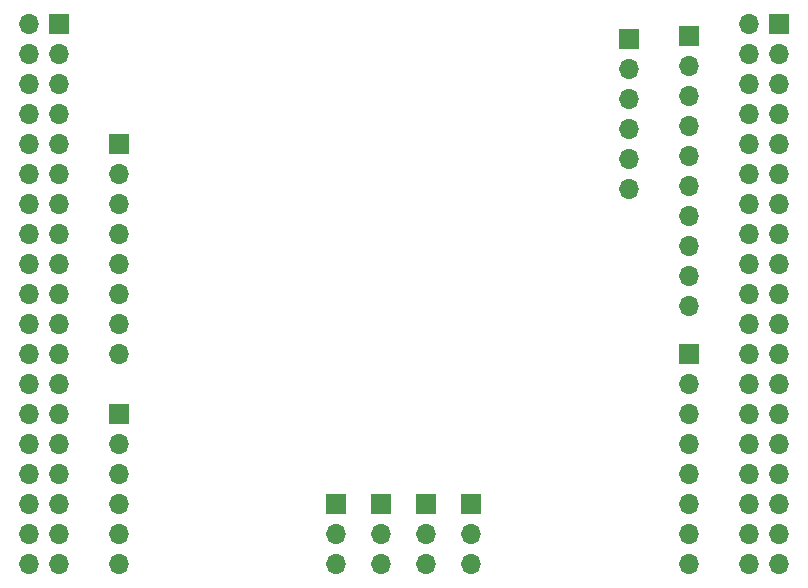
<source format=gbr>
%TF.GenerationSoftware,KiCad,Pcbnew,6.0.11-2627ca5db0~126~ubuntu20.04.1*%
%TF.CreationDate,2023-06-15T20:00:44-04:00*%
%TF.ProjectId,breakout,62726561-6b6f-4757-942e-6b696361645f,rev?*%
%TF.SameCoordinates,Original*%
%TF.FileFunction,Copper,L2,Bot*%
%TF.FilePolarity,Positive*%
%FSLAX46Y46*%
G04 Gerber Fmt 4.6, Leading zero omitted, Abs format (unit mm)*
G04 Created by KiCad (PCBNEW 6.0.11-2627ca5db0~126~ubuntu20.04.1) date 2023-06-15 20:00:44*
%MOMM*%
%LPD*%
G01*
G04 APERTURE LIST*
%TA.AperFunction,ComponentPad*%
%ADD10O,1.700000X1.700000*%
%TD*%
%TA.AperFunction,ComponentPad*%
%ADD11R,1.700000X1.700000*%
%TD*%
G04 APERTURE END LIST*
D10*
%TO.P,CN7,38,Pin_38*%
%TO.N,unconnected-(CN7-Pad38)*%
X113030000Y-133350000D03*
%TO.P,CN7,37,Pin_37*%
%TO.N,unconnected-(CN7-Pad37)*%
X115570000Y-133350000D03*
%TO.P,CN7,36,Pin_36*%
%TO.N,unconnected-(CN7-Pad36)*%
X113030000Y-130810000D03*
%TO.P,CN7,35,Pin_35*%
%TO.N,unconnected-(CN7-Pad35)*%
X115570000Y-130810000D03*
%TO.P,CN7,34,Pin_34*%
%TO.N,unconnected-(CN7-Pad34)*%
X113030000Y-128270000D03*
%TO.P,CN7,33,Pin_33*%
%TO.N,Net-(ESC1-Pad1)*%
X115570000Y-128270000D03*
%TO.P,CN7,32,Pin_32*%
%TO.N,unconnected-(CN7-Pad32)*%
X113030000Y-125730000D03*
%TO.P,CN7,31,Pin_31*%
%TO.N,unconnected-(CN7-Pad31)*%
X115570000Y-125730000D03*
%TO.P,CN7,30,Pin_30*%
%TO.N,unconnected-(CN7-Pad30)*%
X113030000Y-123190000D03*
%TO.P,CN7,29,Pin_29*%
%TO.N,unconnected-(CN7-Pad29)*%
X115570000Y-123190000D03*
%TO.P,CN7,28,Pin_28*%
%TO.N,unconnected-(CN7-Pad28)*%
X113030000Y-120650000D03*
%TO.P,CN7,27,Pin_27*%
%TO.N,unconnected-(CN7-Pad27)*%
X115570000Y-120650000D03*
%TO.P,CN7,26,Pin_26*%
%TO.N,unconnected-(CN7-Pad26)*%
X113030000Y-118110000D03*
%TO.P,CN7,25,Pin_25*%
%TO.N,unconnected-(CN7-Pad25)*%
X115570000Y-118110000D03*
%TO.P,CN7,24,Pin_24*%
%TO.N,unconnected-(CN7-Pad24)*%
X113030000Y-115570000D03*
%TO.P,CN7,23,Pin_23*%
%TO.N,unconnected-(CN7-Pad23)*%
X115570000Y-115570000D03*
%TO.P,CN7,22,Pin_22*%
%TO.N,Net-(CN7-Pad22)*%
X113030000Y-113030000D03*
%TO.P,CN7,21,Pin_21*%
%TO.N,unconnected-(CN7-Pad21)*%
X115570000Y-113030000D03*
%TO.P,CN7,20,Pin_20*%
%TO.N,unconnected-(CN7-Pad20)*%
X113030000Y-110490000D03*
%TO.P,CN7,19,Pin_19*%
%TO.N,unconnected-(CN7-Pad19)*%
X115570000Y-110490000D03*
%TO.P,CN7,18,Pin_18*%
%TO.N,unconnected-(CN7-Pad18)*%
X113030000Y-107950000D03*
%TO.P,CN7,17,Pin_17*%
%TO.N,Net-(IMU1-Pad6)*%
X115570000Y-107950000D03*
%TO.P,CN7,16,Pin_16*%
%TO.N,unconnected-(CN7-Pad16)*%
X113030000Y-105410000D03*
%TO.P,CN7,15,Pin_15*%
%TO.N,unconnected-(CN7-Pad15)*%
X115570000Y-105410000D03*
%TO.P,CN7,14,Pin_14*%
%TO.N,unconnected-(CN7-Pad14)*%
X113030000Y-102870000D03*
%TO.P,CN7,13,Pin_13*%
%TO.N,unconnected-(CN7-Pad13)*%
X115570000Y-102870000D03*
%TO.P,CN7,12,Pin_12*%
%TO.N,unconnected-(CN7-Pad12)*%
X113030000Y-100330000D03*
%TO.P,CN7,11,Pin_11*%
%TO.N,unconnected-(CN7-Pad11)*%
X115570000Y-100330000D03*
%TO.P,CN7,10,Pin_10*%
%TO.N,unconnected-(CN7-Pad10)*%
X113030000Y-97790000D03*
%TO.P,CN7,9,Pin_9*%
%TO.N,unconnected-(CN7-Pad9)*%
X115570000Y-97790000D03*
%TO.P,CN7,8,Pin_8*%
%TO.N,unconnected-(CN7-Pad8)*%
X113030000Y-95250000D03*
%TO.P,CN7,7,Pin_7*%
%TO.N,unconnected-(CN7-Pad7)*%
X115570000Y-95250000D03*
%TO.P,CN7,6,Pin_6*%
%TO.N,unconnected-(CN7-Pad6)*%
X113030000Y-92710000D03*
%TO.P,CN7,5,Pin_5*%
%TO.N,unconnected-(CN7-Pad5)*%
X115570000Y-92710000D03*
%TO.P,CN7,4,Pin_4*%
%TO.N,unconnected-(CN7-Pad4)*%
X113030000Y-90170000D03*
%TO.P,CN7,3,Pin_3*%
%TO.N,unconnected-(CN7-Pad3)*%
X115570000Y-90170000D03*
%TO.P,CN7,2,Pin_2*%
%TO.N,unconnected-(CN7-Pad2)*%
X113030000Y-87630000D03*
D11*
%TO.P,CN7,1,Pin_1*%
%TO.N,unconnected-(CN7-Pad1)*%
X115570000Y-87630000D03*
%TD*%
%TO.P,CN10,1,Pin_1*%
%TO.N,unconnected-(CN10-Pad1)*%
X176530000Y-87630000D03*
D10*
%TO.P,CN10,2,Pin_2*%
%TO.N,unconnected-(CN10-Pad2)*%
X173990000Y-87630000D03*
%TO.P,CN10,3,Pin_3*%
%TO.N,unconnected-(CN10-Pad3)*%
X176530000Y-90170000D03*
%TO.P,CN10,4,Pin_4*%
%TO.N,Net-(IMU1-Pad3)*%
X173990000Y-90170000D03*
%TO.P,CN10,5,Pin_5*%
%TO.N,unconnected-(CN10-Pad5)*%
X176530000Y-92710000D03*
%TO.P,CN10,6,Pin_6*%
%TO.N,Net-(IMU1-Pad2)*%
X173990000Y-92710000D03*
%TO.P,CN10,7,Pin_7*%
%TO.N,unconnected-(CN10-Pad7)*%
X176530000Y-95250000D03*
%TO.P,CN10,8,Pin_8*%
%TO.N,unconnected-(CN10-Pad8)*%
X173990000Y-95250000D03*
%TO.P,CN10,9,Pin_9*%
%TO.N,unconnected-(CN10-Pad9)*%
X176530000Y-97790000D03*
%TO.P,CN10,10,Pin_10*%
%TO.N,unconnected-(CN10-Pad10)*%
X173990000Y-97790000D03*
%TO.P,CN10,11,Pin_11*%
%TO.N,unconnected-(CN10-Pad11)*%
X176530000Y-100330000D03*
%TO.P,CN10,12,Pin_12*%
%TO.N,unconnected-(CN10-Pad12)*%
X173990000Y-100330000D03*
%TO.P,CN10,13,Pin_13*%
%TO.N,unconnected-(CN10-Pad13)*%
X176530000Y-102870000D03*
%TO.P,CN10,14,Pin_14*%
%TO.N,unconnected-(CN10-Pad14)*%
X173990000Y-102870000D03*
%TO.P,CN10,15,Pin_15*%
%TO.N,unconnected-(CN10-Pad15)*%
X176530000Y-105410000D03*
%TO.P,CN10,16,Pin_16*%
%TO.N,unconnected-(CN10-Pad16)*%
X173990000Y-105410000D03*
%TO.P,CN10,17,Pin_17*%
%TO.N,unconnected-(CN10-Pad17)*%
X176530000Y-107950000D03*
%TO.P,CN10,18,Pin_18*%
%TO.N,Net-(ESC3-Pad1)*%
X173990000Y-107950000D03*
%TO.P,CN10,19,Pin_19*%
%TO.N,/GND*%
X176530000Y-110490000D03*
%TO.P,CN10,20,Pin_20*%
%TO.N,unconnected-(CN10-Pad20)*%
X173990000Y-110490000D03*
%TO.P,CN10,21,Pin_21*%
%TO.N,unconnected-(CN10-Pad21)*%
X176530000Y-113030000D03*
%TO.P,CN10,22,Pin_22*%
%TO.N,unconnected-(CN10-Pad22)*%
X173990000Y-113030000D03*
%TO.P,CN10,23,Pin_23*%
%TO.N,Net-(CN10-Pad23)*%
X176530000Y-115570000D03*
%TO.P,CN10,24,Pin_24*%
%TO.N,unconnected-(CN10-Pad24)*%
X173990000Y-115570000D03*
%TO.P,CN10,25,Pin_25*%
%TO.N,unconnected-(CN10-Pad25)*%
X176530000Y-118110000D03*
%TO.P,CN10,26,Pin_26*%
%TO.N,unconnected-(CN10-Pad26)*%
X173990000Y-118110000D03*
%TO.P,CN10,27,Pin_27*%
%TO.N,unconnected-(CN10-Pad27)*%
X176530000Y-120650000D03*
%TO.P,CN10,28,Pin_28*%
%TO.N,unconnected-(CN10-Pad28)*%
X173990000Y-120650000D03*
%TO.P,CN10,29,Pin_29*%
%TO.N,unconnected-(CN10-Pad29)*%
X176530000Y-123190000D03*
%TO.P,CN10,30,Pin_30*%
%TO.N,unconnected-(CN10-Pad30)*%
X173990000Y-123190000D03*
%TO.P,CN10,31,Pin_31*%
%TO.N,unconnected-(CN10-Pad31)*%
X176530000Y-125730000D03*
%TO.P,CN10,32,Pin_32*%
%TO.N,unconnected-(CN10-Pad32)*%
X173990000Y-125730000D03*
%TO.P,CN10,33,Pin_33*%
%TO.N,unconnected-(CN10-Pad33)*%
X176530000Y-128270000D03*
%TO.P,CN10,34,Pin_34*%
%TO.N,unconnected-(CN10-Pad34)*%
X173990000Y-128270000D03*
%TO.P,CN10,35,Pin_35*%
%TO.N,unconnected-(CN10-Pad35)*%
X176530000Y-130810000D03*
%TO.P,CN10,36,Pin_36*%
%TO.N,unconnected-(CN10-Pad36)*%
X173990000Y-130810000D03*
%TO.P,CN10,37,Pin_37*%
%TO.N,unconnected-(CN10-Pad37)*%
X176530000Y-133350000D03*
%TO.P,CN10,38,Pin_38*%
%TO.N,unconnected-(CN10-Pad38)*%
X173990000Y-133350000D03*
%TD*%
%TO.P,ESC4,3,Pin_3*%
%TO.N,/GND*%
X150400000Y-133350000D03*
%TO.P,ESC4,2,Pin_2*%
%TO.N,unconnected-(ESC4-Pad2)*%
X150400000Y-130810000D03*
D11*
%TO.P,ESC4,1,Pin_1*%
%TO.N,Net-(CN7-Pad22)*%
X150400000Y-128270000D03*
%TD*%
%TO.P,ESC3,1,Pin_1*%
%TO.N,Net-(ESC3-Pad1)*%
X146590000Y-128270000D03*
D10*
%TO.P,ESC3,2,Pin_2*%
%TO.N,unconnected-(ESC3-Pad2)*%
X146590000Y-130810000D03*
%TO.P,ESC3,3,Pin_3*%
%TO.N,/GND*%
X146590000Y-133350000D03*
%TD*%
D11*
%TO.P,CN9,1,Pin_1*%
%TO.N,unconnected-(CN9-Pad1)*%
X168910000Y-115570000D03*
D10*
%TO.P,CN9,2,Pin_2*%
%TO.N,unconnected-(CN9-Pad2)*%
X168910000Y-118110000D03*
%TO.P,CN9,3,Pin_3*%
%TO.N,unconnected-(CN9-Pad3)*%
X168910000Y-120650000D03*
%TO.P,CN9,4,Pin_4*%
%TO.N,unconnected-(CN9-Pad4)*%
X168910000Y-123190000D03*
%TO.P,CN9,5,Pin_5*%
%TO.N,unconnected-(CN9-Pad5)*%
X168910000Y-125730000D03*
%TO.P,CN9,6,Pin_6*%
%TO.N,unconnected-(CN9-Pad6)*%
X168910000Y-128270000D03*
%TO.P,CN9,7,Pin_7*%
%TO.N,unconnected-(CN9-Pad7)*%
X168910000Y-130810000D03*
%TO.P,CN9,8,Pin_8*%
%TO.N,unconnected-(CN9-Pad8)*%
X168910000Y-133350000D03*
%TD*%
D11*
%TO.P,CN6,1,Pin_1*%
%TO.N,unconnected-(CN6-Pad1)*%
X120650000Y-97790000D03*
D10*
%TO.P,CN6,2,Pin_2*%
%TO.N,unconnected-(CN6-Pad2)*%
X120650000Y-100330000D03*
%TO.P,CN6,3,Pin_3*%
%TO.N,unconnected-(CN6-Pad3)*%
X120650000Y-102870000D03*
%TO.P,CN6,4,Pin_4*%
%TO.N,unconnected-(CN6-Pad4)*%
X120650000Y-105410000D03*
%TO.P,CN6,5,Pin_5*%
%TO.N,unconnected-(CN6-Pad5)*%
X120650000Y-107950000D03*
%TO.P,CN6,6,Pin_6*%
%TO.N,unconnected-(CN6-Pad6)*%
X120650000Y-110490000D03*
%TO.P,CN6,7,Pin_7*%
%TO.N,unconnected-(CN6-Pad7)*%
X120650000Y-113030000D03*
%TO.P,CN6,8,Pin_8*%
%TO.N,unconnected-(CN6-Pad8)*%
X120650000Y-115570000D03*
%TD*%
D11*
%TO.P,CN8,1,Pin_1*%
%TO.N,unconnected-(CN8-Pad1)*%
X120650000Y-120650000D03*
D10*
%TO.P,CN8,2,Pin_2*%
%TO.N,unconnected-(CN8-Pad2)*%
X120650000Y-123190000D03*
%TO.P,CN8,3,Pin_3*%
%TO.N,unconnected-(CN8-Pad3)*%
X120650000Y-125730000D03*
%TO.P,CN8,4,Pin_4*%
%TO.N,unconnected-(CN8-Pad4)*%
X120650000Y-128270000D03*
%TO.P,CN8,5,Pin_5*%
%TO.N,unconnected-(CN8-Pad5)*%
X120650000Y-130810000D03*
%TO.P,CN8,6,Pin_6*%
%TO.N,unconnected-(CN8-Pad6)*%
X120650000Y-133350000D03*
%TD*%
D11*
%TO.P,IMU1,1,Pin_1*%
%TO.N,unconnected-(IMU1-Pad1)*%
X163830000Y-88900000D03*
D10*
%TO.P,IMU1,2,Pin_2*%
%TO.N,Net-(IMU1-Pad2)*%
X163830000Y-91440000D03*
%TO.P,IMU1,3,Pin_3*%
%TO.N,Net-(IMU1-Pad3)*%
X163830000Y-93980000D03*
%TO.P,IMU1,4,Pin_4*%
%TO.N,/GND*%
X163830000Y-96520000D03*
%TO.P,IMU1,5,Pin_5*%
%TO.N,unconnected-(IMU1-Pad5)*%
X163830000Y-99060000D03*
%TO.P,IMU1,6,Pin_6*%
%TO.N,Net-(IMU1-Pad6)*%
X163830000Y-101600000D03*
%TD*%
D11*
%TO.P,ESC2,1,Pin_1*%
%TO.N,Net-(CN10-Pad23)*%
X142780000Y-128270000D03*
D10*
%TO.P,ESC2,2,Pin_2*%
%TO.N,unconnected-(ESC2-Pad2)*%
X142780000Y-130810000D03*
%TO.P,ESC2,3,Pin_3*%
%TO.N,/GND*%
X142780000Y-133350000D03*
%TD*%
%TO.P,ESC1,3,Pin_3*%
%TO.N,/GND*%
X138970000Y-133350000D03*
%TO.P,ESC1,2,Pin_2*%
%TO.N,unconnected-(ESC1-Pad2)*%
X138970000Y-130810000D03*
D11*
%TO.P,ESC1,1,Pin_1*%
%TO.N,Net-(ESC1-Pad1)*%
X138970000Y-128270000D03*
%TD*%
%TO.P,CN5,1,Pin_1*%
%TO.N,unconnected-(CN5-Pad1)*%
X168910000Y-88650000D03*
D10*
%TO.P,CN5,2,Pin_2*%
%TO.N,unconnected-(CN5-Pad2)*%
X168910000Y-91190000D03*
%TO.P,CN5,3,Pin_3*%
%TO.N,unconnected-(CN5-Pad3)*%
X168910000Y-93730000D03*
%TO.P,CN5,4,Pin_4*%
%TO.N,unconnected-(CN5-Pad4)*%
X168910000Y-96270000D03*
%TO.P,CN5,5,Pin_5*%
%TO.N,unconnected-(CN5-Pad5)*%
X168910000Y-98810000D03*
%TO.P,CN5,6,Pin_6*%
%TO.N,unconnected-(CN5-Pad6)*%
X168910000Y-101350000D03*
%TO.P,CN5,7,Pin_7*%
%TO.N,unconnected-(CN5-Pad7)*%
X168910000Y-103890000D03*
%TO.P,CN5,8,Pin_8*%
%TO.N,unconnected-(CN5-Pad8)*%
X168910000Y-106430000D03*
%TO.P,CN5,9,Pin_9*%
%TO.N,unconnected-(CN5-Pad9)*%
X168910000Y-108970000D03*
%TO.P,CN5,10,Pin_10*%
%TO.N,unconnected-(CN5-Pad10)*%
X168910000Y-111510000D03*
%TD*%
M02*

</source>
